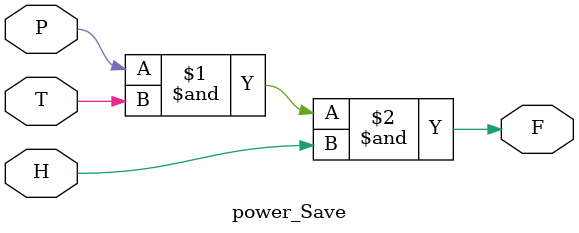
<source format=v>



// Generated by Quartus Prime Version 16.1 (Build Build 196 10/24/2016)
// Created on Thu Sep 21 12:15:12 2017

//  Module Declaration
module power_Save
(
// {{ALTERA_ARGS_BEGIN}} DO NOT REMOVE THIS LINE!
P, T, H, F
// {{ALTERA_ARGS_END}} DO NOT REMOVE THIS LINE!
);
// Port Declaration

// {{ALTERA_IO_BEGIN}} DO NOT REMOVE THIS LINE!
input P;
input T;
input H;
output F;
// {{ALTERA_IO_END}} DO NOT REMOVE THIS LINE!

assign F=(P&T&H);

endmodule

</source>
